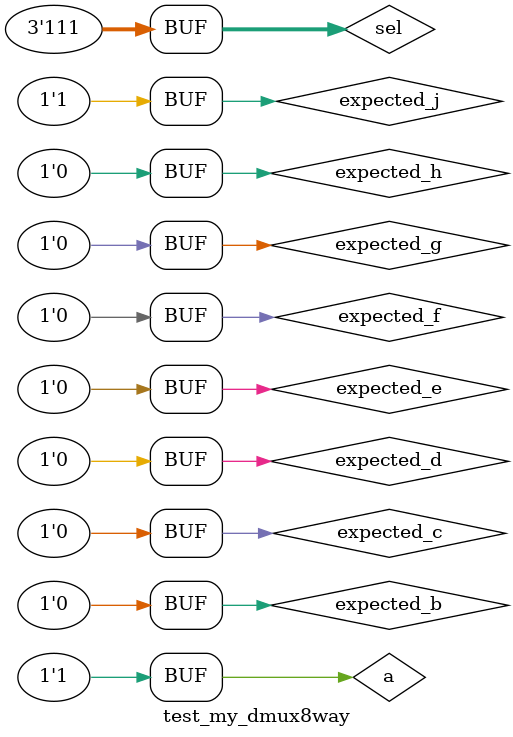
<source format=v>
`include "my_dmux8way.v"

module test_my_dmux8way();
   reg a;
   reg [2:0] sel;
   
   reg 	     expected_b;
   reg 	     expected_c;
   reg 	     expected_d;
   reg 	     expected_e;
   reg 	     expected_f;
   reg 	     expected_g;
   reg 	     expected_h;
   reg 	     expected_j;

   wire b;
   wire c;
   wire d;
   wire e;
   wire f;
   wire g;
   wire h;
   wire j;

   my_dmux8way u1(b, c, d, e, f, g, h, j, a, sel);

   initial
     begin
	a = 1;
	sel = 3'b000;

	expected_b = 1;
	expected_c = 0;
	expected_d = 0;
	expected_e = 0;
	expected_f = 0;
	expected_g = 0;
	expected_h = 0;
	expected_j = 0;

	#1
	sel = 3'b001;
	expected_b = 0;
	expected_c = 1;
	expected_d = 0;
	expected_e = 0;
	expected_f = 0;
	expected_g = 0;
	expected_h = 0;
	expected_j = 0;

	#1
	sel = 3'b010;
	expected_b = 0;
	expected_c = 0;
	expected_d = 1;
	expected_e = 0;
	expected_f = 0;
	expected_g = 0;
	expected_h = 0;
	expected_j = 0;

	#1
	sel = 3'b011;
	expected_b = 0;
	expected_c = 0;
	expected_d = 0;
	expected_e = 1;
	expected_f = 0;
	expected_g = 0;
	expected_h = 0;
	expected_j = 0;

	#1
	sel = 3'b100;
	expected_b = 0;
	expected_c = 0;
	expected_d = 0;
	expected_e = 0;
	expected_f = 1;
	expected_g = 0;
	expected_h = 0;
	expected_j = 0;

	#1
	sel = 3'b101;
	expected_b = 0;
	expected_c = 0;
	expected_d = 0;
	expected_e = 0;
	expected_f = 0;
	expected_g = 1;
	expected_h = 0;
	expected_j = 0;
	
	#1
	sel = 3'b110;
	expected_b = 0;
	expected_c = 0;
	expected_d = 0;
	expected_e = 0;
	expected_f = 0;
	expected_g = 0;
	expected_h = 1;
	expected_j = 0;
	
	#1
	sel = 3'b111;
	expected_b = 0;
	expected_c = 0;
	expected_d = 0;
	expected_e = 0;
	expected_f = 0;
	expected_g = 0;
	expected_h = 0;
	expected_j = 1;
     end

   initial
     $monitor("my_dmux8way %d %b %b (%b %b) (%b %b) (%b %b) (%b %b) (%b %b) (%b %b) (%b %b) (%b %b)", $time, a, sel, b, expected_b, c, expected_c, d, expected_d, e, expected_e, f, expected_f, g, expected_g, h, expected_h, j, expected_j);
  
endmodule

</source>
